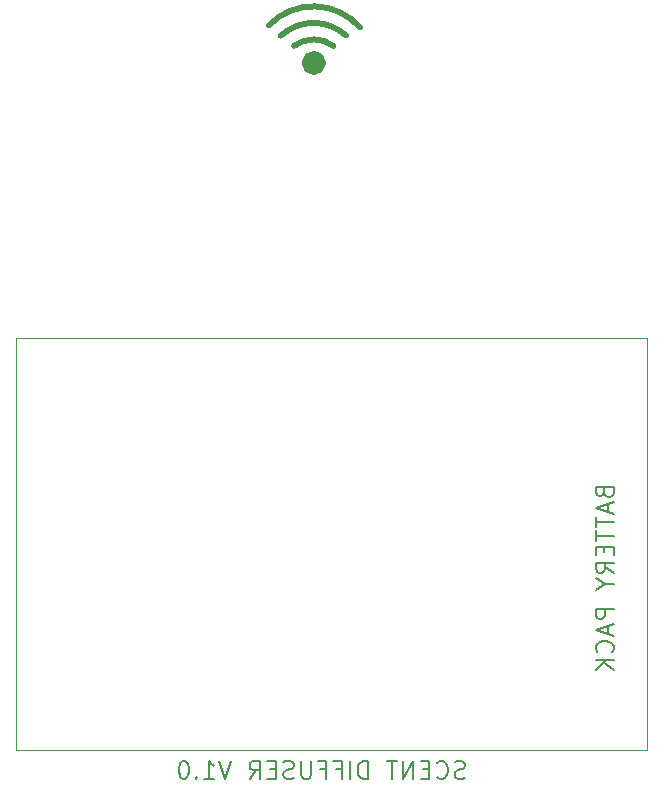
<source format=gbr>
%TF.GenerationSoftware,KiCad,Pcbnew,8.0.5*%
%TF.CreationDate,2024-10-27T20:41:26+01:00*%
%TF.ProjectId,Fragrance,46726167-7261-46e6-9365-2e6b69636164,rev?*%
%TF.SameCoordinates,Original*%
%TF.FileFunction,Legend,Bot*%
%TF.FilePolarity,Positive*%
%FSLAX46Y46*%
G04 Gerber Fmt 4.6, Leading zero omitted, Abs format (unit mm)*
G04 Created by KiCad (PCBNEW 8.0.5) date 2024-10-27 20:41:26*
%MOMM*%
%LPD*%
G01*
G04 APERTURE LIST*
%ADD10C,1.050000*%
%ADD11C,0.500000*%
%ADD12C,0.100000*%
%ADD13C,0.200000*%
G04 APERTURE END LIST*
D10*
X77825000Y-109400000D02*
G75*
G02*
X76775000Y-109400000I-525000J0D01*
G01*
X76775000Y-109400000D02*
G75*
G02*
X77825000Y-109400000I525000J0D01*
G01*
D11*
X74500001Y-107100001D02*
G75*
G02*
X80028409Y-107066788I2782327J-2999994D01*
G01*
X73501178Y-106211210D02*
G75*
G02*
X81210382Y-106390549I3772435J-3621761D01*
G01*
X75621856Y-107969654D02*
G75*
G02*
X78978144Y-107969654I1678144J-2186995D01*
G01*
D12*
X52120800Y-132689600D02*
X105511600Y-132689600D01*
X105511600Y-167589200D01*
X52120800Y-167589200D01*
X52120800Y-132689600D01*
D13*
X101890314Y-145768720D02*
X101961742Y-145983006D01*
X101961742Y-145983006D02*
X102033171Y-146054435D01*
X102033171Y-146054435D02*
X102176028Y-146125863D01*
X102176028Y-146125863D02*
X102390314Y-146125863D01*
X102390314Y-146125863D02*
X102533171Y-146054435D01*
X102533171Y-146054435D02*
X102604600Y-145983006D01*
X102604600Y-145983006D02*
X102676028Y-145840149D01*
X102676028Y-145840149D02*
X102676028Y-145268720D01*
X102676028Y-145268720D02*
X101176028Y-145268720D01*
X101176028Y-145268720D02*
X101176028Y-145768720D01*
X101176028Y-145768720D02*
X101247457Y-145911578D01*
X101247457Y-145911578D02*
X101318885Y-145983006D01*
X101318885Y-145983006D02*
X101461742Y-146054435D01*
X101461742Y-146054435D02*
X101604600Y-146054435D01*
X101604600Y-146054435D02*
X101747457Y-145983006D01*
X101747457Y-145983006D02*
X101818885Y-145911578D01*
X101818885Y-145911578D02*
X101890314Y-145768720D01*
X101890314Y-145768720D02*
X101890314Y-145268720D01*
X102247457Y-146697292D02*
X102247457Y-147411578D01*
X102676028Y-146554435D02*
X101176028Y-147054435D01*
X101176028Y-147054435D02*
X102676028Y-147554435D01*
X101176028Y-147840149D02*
X101176028Y-148697292D01*
X102676028Y-148268720D02*
X101176028Y-148268720D01*
X101176028Y-148983006D02*
X101176028Y-149840149D01*
X102676028Y-149411577D02*
X101176028Y-149411577D01*
X101890314Y-150340148D02*
X101890314Y-150840148D01*
X102676028Y-151054434D02*
X102676028Y-150340148D01*
X102676028Y-150340148D02*
X101176028Y-150340148D01*
X101176028Y-150340148D02*
X101176028Y-151054434D01*
X102676028Y-152554434D02*
X101961742Y-152054434D01*
X102676028Y-151697291D02*
X101176028Y-151697291D01*
X101176028Y-151697291D02*
X101176028Y-152268720D01*
X101176028Y-152268720D02*
X101247457Y-152411577D01*
X101247457Y-152411577D02*
X101318885Y-152483006D01*
X101318885Y-152483006D02*
X101461742Y-152554434D01*
X101461742Y-152554434D02*
X101676028Y-152554434D01*
X101676028Y-152554434D02*
X101818885Y-152483006D01*
X101818885Y-152483006D02*
X101890314Y-152411577D01*
X101890314Y-152411577D02*
X101961742Y-152268720D01*
X101961742Y-152268720D02*
X101961742Y-151697291D01*
X101961742Y-153483006D02*
X102676028Y-153483006D01*
X101176028Y-152983006D02*
X101961742Y-153483006D01*
X101961742Y-153483006D02*
X101176028Y-153983006D01*
X102676028Y-155625862D02*
X101176028Y-155625862D01*
X101176028Y-155625862D02*
X101176028Y-156197291D01*
X101176028Y-156197291D02*
X101247457Y-156340148D01*
X101247457Y-156340148D02*
X101318885Y-156411577D01*
X101318885Y-156411577D02*
X101461742Y-156483005D01*
X101461742Y-156483005D02*
X101676028Y-156483005D01*
X101676028Y-156483005D02*
X101818885Y-156411577D01*
X101818885Y-156411577D02*
X101890314Y-156340148D01*
X101890314Y-156340148D02*
X101961742Y-156197291D01*
X101961742Y-156197291D02*
X101961742Y-155625862D01*
X102247457Y-157054434D02*
X102247457Y-157768720D01*
X102676028Y-156911577D02*
X101176028Y-157411577D01*
X101176028Y-157411577D02*
X102676028Y-157911577D01*
X102533171Y-159268719D02*
X102604600Y-159197291D01*
X102604600Y-159197291D02*
X102676028Y-158983005D01*
X102676028Y-158983005D02*
X102676028Y-158840148D01*
X102676028Y-158840148D02*
X102604600Y-158625862D01*
X102604600Y-158625862D02*
X102461742Y-158483005D01*
X102461742Y-158483005D02*
X102318885Y-158411576D01*
X102318885Y-158411576D02*
X102033171Y-158340148D01*
X102033171Y-158340148D02*
X101818885Y-158340148D01*
X101818885Y-158340148D02*
X101533171Y-158411576D01*
X101533171Y-158411576D02*
X101390314Y-158483005D01*
X101390314Y-158483005D02*
X101247457Y-158625862D01*
X101247457Y-158625862D02*
X101176028Y-158840148D01*
X101176028Y-158840148D02*
X101176028Y-158983005D01*
X101176028Y-158983005D02*
X101247457Y-159197291D01*
X101247457Y-159197291D02*
X101318885Y-159268719D01*
X102676028Y-159911576D02*
X101176028Y-159911576D01*
X102676028Y-160768719D02*
X101818885Y-160125862D01*
X101176028Y-160768719D02*
X102033171Y-159911576D01*
X90082707Y-169934600D02*
X89868422Y-170006028D01*
X89868422Y-170006028D02*
X89511279Y-170006028D01*
X89511279Y-170006028D02*
X89368422Y-169934600D01*
X89368422Y-169934600D02*
X89296993Y-169863171D01*
X89296993Y-169863171D02*
X89225564Y-169720314D01*
X89225564Y-169720314D02*
X89225564Y-169577457D01*
X89225564Y-169577457D02*
X89296993Y-169434600D01*
X89296993Y-169434600D02*
X89368422Y-169363171D01*
X89368422Y-169363171D02*
X89511279Y-169291742D01*
X89511279Y-169291742D02*
X89796993Y-169220314D01*
X89796993Y-169220314D02*
X89939850Y-169148885D01*
X89939850Y-169148885D02*
X90011279Y-169077457D01*
X90011279Y-169077457D02*
X90082707Y-168934600D01*
X90082707Y-168934600D02*
X90082707Y-168791742D01*
X90082707Y-168791742D02*
X90011279Y-168648885D01*
X90011279Y-168648885D02*
X89939850Y-168577457D01*
X89939850Y-168577457D02*
X89796993Y-168506028D01*
X89796993Y-168506028D02*
X89439850Y-168506028D01*
X89439850Y-168506028D02*
X89225564Y-168577457D01*
X87725565Y-169863171D02*
X87796993Y-169934600D01*
X87796993Y-169934600D02*
X88011279Y-170006028D01*
X88011279Y-170006028D02*
X88154136Y-170006028D01*
X88154136Y-170006028D02*
X88368422Y-169934600D01*
X88368422Y-169934600D02*
X88511279Y-169791742D01*
X88511279Y-169791742D02*
X88582708Y-169648885D01*
X88582708Y-169648885D02*
X88654136Y-169363171D01*
X88654136Y-169363171D02*
X88654136Y-169148885D01*
X88654136Y-169148885D02*
X88582708Y-168863171D01*
X88582708Y-168863171D02*
X88511279Y-168720314D01*
X88511279Y-168720314D02*
X88368422Y-168577457D01*
X88368422Y-168577457D02*
X88154136Y-168506028D01*
X88154136Y-168506028D02*
X88011279Y-168506028D01*
X88011279Y-168506028D02*
X87796993Y-168577457D01*
X87796993Y-168577457D02*
X87725565Y-168648885D01*
X87082708Y-169220314D02*
X86582708Y-169220314D01*
X86368422Y-170006028D02*
X87082708Y-170006028D01*
X87082708Y-170006028D02*
X87082708Y-168506028D01*
X87082708Y-168506028D02*
X86368422Y-168506028D01*
X85725565Y-170006028D02*
X85725565Y-168506028D01*
X85725565Y-168506028D02*
X84868422Y-170006028D01*
X84868422Y-170006028D02*
X84868422Y-168506028D01*
X84368421Y-168506028D02*
X83511279Y-168506028D01*
X83939850Y-170006028D02*
X83939850Y-168506028D01*
X81868422Y-170006028D02*
X81868422Y-168506028D01*
X81868422Y-168506028D02*
X81511279Y-168506028D01*
X81511279Y-168506028D02*
X81296993Y-168577457D01*
X81296993Y-168577457D02*
X81154136Y-168720314D01*
X81154136Y-168720314D02*
X81082707Y-168863171D01*
X81082707Y-168863171D02*
X81011279Y-169148885D01*
X81011279Y-169148885D02*
X81011279Y-169363171D01*
X81011279Y-169363171D02*
X81082707Y-169648885D01*
X81082707Y-169648885D02*
X81154136Y-169791742D01*
X81154136Y-169791742D02*
X81296993Y-169934600D01*
X81296993Y-169934600D02*
X81511279Y-170006028D01*
X81511279Y-170006028D02*
X81868422Y-170006028D01*
X80368422Y-170006028D02*
X80368422Y-168506028D01*
X79154136Y-169220314D02*
X79654136Y-169220314D01*
X79654136Y-170006028D02*
X79654136Y-168506028D01*
X79654136Y-168506028D02*
X78939850Y-168506028D01*
X77868422Y-169220314D02*
X78368422Y-169220314D01*
X78368422Y-170006028D02*
X78368422Y-168506028D01*
X78368422Y-168506028D02*
X77654136Y-168506028D01*
X77082708Y-168506028D02*
X77082708Y-169720314D01*
X77082708Y-169720314D02*
X77011279Y-169863171D01*
X77011279Y-169863171D02*
X76939851Y-169934600D01*
X76939851Y-169934600D02*
X76796993Y-170006028D01*
X76796993Y-170006028D02*
X76511279Y-170006028D01*
X76511279Y-170006028D02*
X76368422Y-169934600D01*
X76368422Y-169934600D02*
X76296993Y-169863171D01*
X76296993Y-169863171D02*
X76225565Y-169720314D01*
X76225565Y-169720314D02*
X76225565Y-168506028D01*
X75582707Y-169934600D02*
X75368422Y-170006028D01*
X75368422Y-170006028D02*
X75011279Y-170006028D01*
X75011279Y-170006028D02*
X74868422Y-169934600D01*
X74868422Y-169934600D02*
X74796993Y-169863171D01*
X74796993Y-169863171D02*
X74725564Y-169720314D01*
X74725564Y-169720314D02*
X74725564Y-169577457D01*
X74725564Y-169577457D02*
X74796993Y-169434600D01*
X74796993Y-169434600D02*
X74868422Y-169363171D01*
X74868422Y-169363171D02*
X75011279Y-169291742D01*
X75011279Y-169291742D02*
X75296993Y-169220314D01*
X75296993Y-169220314D02*
X75439850Y-169148885D01*
X75439850Y-169148885D02*
X75511279Y-169077457D01*
X75511279Y-169077457D02*
X75582707Y-168934600D01*
X75582707Y-168934600D02*
X75582707Y-168791742D01*
X75582707Y-168791742D02*
X75511279Y-168648885D01*
X75511279Y-168648885D02*
X75439850Y-168577457D01*
X75439850Y-168577457D02*
X75296993Y-168506028D01*
X75296993Y-168506028D02*
X74939850Y-168506028D01*
X74939850Y-168506028D02*
X74725564Y-168577457D01*
X74082708Y-169220314D02*
X73582708Y-169220314D01*
X73368422Y-170006028D02*
X74082708Y-170006028D01*
X74082708Y-170006028D02*
X74082708Y-168506028D01*
X74082708Y-168506028D02*
X73368422Y-168506028D01*
X71868422Y-170006028D02*
X72368422Y-169291742D01*
X72725565Y-170006028D02*
X72725565Y-168506028D01*
X72725565Y-168506028D02*
X72154136Y-168506028D01*
X72154136Y-168506028D02*
X72011279Y-168577457D01*
X72011279Y-168577457D02*
X71939850Y-168648885D01*
X71939850Y-168648885D02*
X71868422Y-168791742D01*
X71868422Y-168791742D02*
X71868422Y-169006028D01*
X71868422Y-169006028D02*
X71939850Y-169148885D01*
X71939850Y-169148885D02*
X72011279Y-169220314D01*
X72011279Y-169220314D02*
X72154136Y-169291742D01*
X72154136Y-169291742D02*
X72725565Y-169291742D01*
X70296993Y-168506028D02*
X69796993Y-170006028D01*
X69796993Y-170006028D02*
X69296993Y-168506028D01*
X68011279Y-170006028D02*
X68868422Y-170006028D01*
X68439851Y-170006028D02*
X68439851Y-168506028D01*
X68439851Y-168506028D02*
X68582708Y-168720314D01*
X68582708Y-168720314D02*
X68725565Y-168863171D01*
X68725565Y-168863171D02*
X68868422Y-168934600D01*
X67368423Y-169863171D02*
X67296994Y-169934600D01*
X67296994Y-169934600D02*
X67368423Y-170006028D01*
X67368423Y-170006028D02*
X67439851Y-169934600D01*
X67439851Y-169934600D02*
X67368423Y-169863171D01*
X67368423Y-169863171D02*
X67368423Y-170006028D01*
X66368422Y-168506028D02*
X66225565Y-168506028D01*
X66225565Y-168506028D02*
X66082708Y-168577457D01*
X66082708Y-168577457D02*
X66011280Y-168648885D01*
X66011280Y-168648885D02*
X65939851Y-168791742D01*
X65939851Y-168791742D02*
X65868422Y-169077457D01*
X65868422Y-169077457D02*
X65868422Y-169434600D01*
X65868422Y-169434600D02*
X65939851Y-169720314D01*
X65939851Y-169720314D02*
X66011280Y-169863171D01*
X66011280Y-169863171D02*
X66082708Y-169934600D01*
X66082708Y-169934600D02*
X66225565Y-170006028D01*
X66225565Y-170006028D02*
X66368422Y-170006028D01*
X66368422Y-170006028D02*
X66511280Y-169934600D01*
X66511280Y-169934600D02*
X66582708Y-169863171D01*
X66582708Y-169863171D02*
X66654137Y-169720314D01*
X66654137Y-169720314D02*
X66725565Y-169434600D01*
X66725565Y-169434600D02*
X66725565Y-169077457D01*
X66725565Y-169077457D02*
X66654137Y-168791742D01*
X66654137Y-168791742D02*
X66582708Y-168648885D01*
X66582708Y-168648885D02*
X66511280Y-168577457D01*
X66511280Y-168577457D02*
X66368422Y-168506028D01*
M02*

</source>
